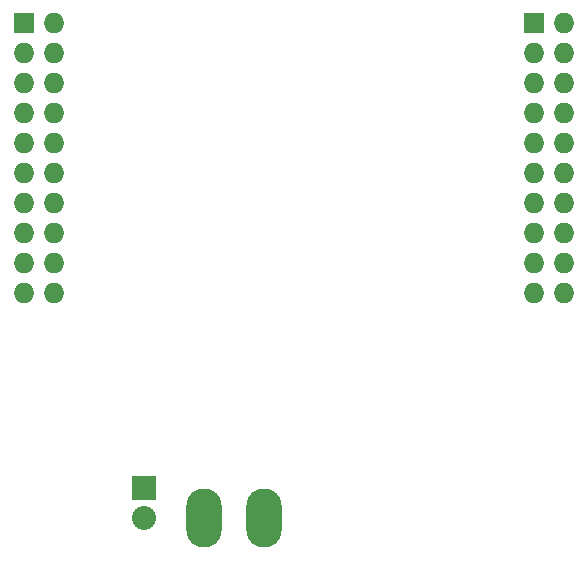
<source format=gbr>
G04 #@! TF.FileFunction,Soldermask,Bot*
%FSLAX46Y46*%
G04 Gerber Fmt 4.6, Leading zero omitted, Abs format (unit mm)*
G04 Created by KiCad (PCBNEW (2014-12-04 BZR 5312)-product) date 9.1.2015 14:21:54*
%MOMM*%
G01*
G04 APERTURE LIST*
%ADD10C,0.100000*%
%ADD11R,2.032000X2.032000*%
%ADD12O,2.032000X2.032000*%
%ADD13R,1.727200X1.727200*%
%ADD14O,1.727200X1.727200*%
%ADD15O,2.999740X5.001260*%
G04 APERTURE END LIST*
D10*
D11*
X67310000Y-82550000D03*
D12*
X67310000Y-85090000D03*
D13*
X57150000Y-43180000D03*
D14*
X59690000Y-43180000D03*
X57150000Y-45720000D03*
X59690000Y-45720000D03*
X57150000Y-48260000D03*
X59690000Y-48260000D03*
X57150000Y-50800000D03*
X59690000Y-50800000D03*
X57150000Y-53340000D03*
X59690000Y-53340000D03*
X57150000Y-55880000D03*
X59690000Y-55880000D03*
X57150000Y-58420000D03*
X59690000Y-58420000D03*
X57150000Y-60960000D03*
X59690000Y-60960000D03*
X57150000Y-63500000D03*
X59690000Y-63500000D03*
X57150000Y-66040000D03*
X59690000Y-66040000D03*
D13*
X100330000Y-43180000D03*
D14*
X102870000Y-43180000D03*
X100330000Y-45720000D03*
X102870000Y-45720000D03*
X100330000Y-48260000D03*
X102870000Y-48260000D03*
X100330000Y-50800000D03*
X102870000Y-50800000D03*
X100330000Y-53340000D03*
X102870000Y-53340000D03*
X100330000Y-55880000D03*
X102870000Y-55880000D03*
X100330000Y-58420000D03*
X102870000Y-58420000D03*
X100330000Y-60960000D03*
X102870000Y-60960000D03*
X100330000Y-63500000D03*
X102870000Y-63500000D03*
X100330000Y-66040000D03*
X102870000Y-66040000D03*
D15*
X72390000Y-85090000D03*
X77470000Y-85090000D03*
M02*

</source>
